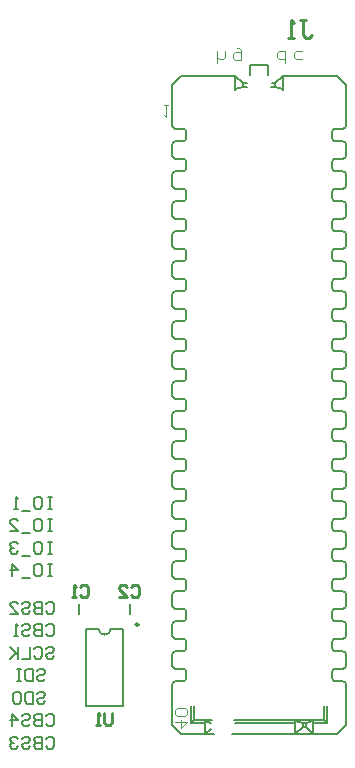
<source format=gbo>
G04 Layer_Color=32896*
%FSLAX24Y24*%
%MOIN*%
G70*
G01*
G75*
%ADD17C,0.0100*%
%ADD34C,0.0098*%
%ADD35C,0.0079*%
%ADD36C,0.0080*%
%ADD37C,0.0047*%
D17*
X2600Y22600D02*
X2800D01*
X2700D01*
Y22100D01*
X2800Y22000D01*
X2900D01*
X3000Y22100D01*
X2400Y22000D02*
X2200D01*
X2300D01*
Y22600D01*
X2400Y22500D01*
X-3650Y-500D02*
Y-833D01*
X-3717Y-900D01*
X-3850D01*
X-3917Y-833D01*
Y-500D01*
X-4050Y-900D02*
X-4183D01*
X-4117D01*
Y-500D01*
X-4050Y-567D01*
X-4717Y3683D02*
X-4650Y3750D01*
X-4517D01*
X-4450Y3683D01*
Y3417D01*
X-4517Y3350D01*
X-4650D01*
X-4717Y3417D01*
X-4850Y3350D02*
X-4983D01*
X-4917D01*
Y3750D01*
X-4850Y3683D01*
X-3017D02*
X-2950Y3750D01*
X-2817D01*
X-2750Y3683D01*
Y3417D01*
X-2817Y3350D01*
X-2950D01*
X-3017Y3417D01*
X-3416Y3350D02*
X-3150D01*
X-3416Y3617D01*
Y3683D01*
X-3350Y3750D01*
X-3217D01*
X-3150Y3683D01*
D34*
X-2768Y2427D02*
G03*
X-2768Y2427I-49J0D01*
G01*
D35*
X-1180Y860D02*
G03*
X-1280Y960I-100J0D01*
G01*
Y540D02*
G03*
X-1180Y640I0J100D01*
G01*
X3780Y960D02*
G03*
X3680Y860I0J-100D01*
G01*
Y640D02*
G03*
X3780Y540I100J0D01*
G01*
X-1180Y1860D02*
G03*
X-1280Y1960I-100J0D01*
G01*
Y1540D02*
G03*
X-1180Y1640I0J100D01*
G01*
X3780Y1960D02*
G03*
X3680Y1860I0J-100D01*
G01*
Y1640D02*
G03*
X3780Y1540I100J0D01*
G01*
X-1180Y2860D02*
G03*
X-1280Y2960I-100J0D01*
G01*
Y2540D02*
G03*
X-1180Y2640I0J100D01*
G01*
X3780Y2960D02*
G03*
X3680Y2860I0J-100D01*
G01*
Y2640D02*
G03*
X3780Y2540I100J0D01*
G01*
X-1180Y3860D02*
G03*
X-1280Y3960I-100J0D01*
G01*
Y3540D02*
G03*
X-1180Y3640I0J100D01*
G01*
X3780Y3960D02*
G03*
X3680Y3860I0J-100D01*
G01*
Y3640D02*
G03*
X3780Y3540I100J0D01*
G01*
X-1180Y4860D02*
G03*
X-1280Y4960I-100J0D01*
G01*
Y4540D02*
G03*
X-1180Y4640I0J100D01*
G01*
X3780Y4960D02*
G03*
X3680Y4860I0J-100D01*
G01*
Y4640D02*
G03*
X3780Y4540I100J0D01*
G01*
X-1180Y5860D02*
G03*
X-1280Y5960I-100J0D01*
G01*
Y5540D02*
G03*
X-1180Y5640I0J100D01*
G01*
X3780Y5960D02*
G03*
X3680Y5860I0J-100D01*
G01*
Y5640D02*
G03*
X3780Y5540I100J0D01*
G01*
X-1180Y6860D02*
G03*
X-1280Y6960I-100J0D01*
G01*
Y6540D02*
G03*
X-1180Y6640I0J100D01*
G01*
X3780Y6960D02*
G03*
X3680Y6860I0J-100D01*
G01*
Y6640D02*
G03*
X3780Y6540I100J0D01*
G01*
X-1180Y7860D02*
G03*
X-1280Y7960I-100J0D01*
G01*
Y7540D02*
G03*
X-1180Y7640I0J100D01*
G01*
X3780Y7960D02*
G03*
X3680Y7860I0J-100D01*
G01*
Y7640D02*
G03*
X3780Y7540I100J0D01*
G01*
X-1180Y8860D02*
G03*
X-1280Y8960I-100J0D01*
G01*
Y8540D02*
G03*
X-1180Y8640I0J100D01*
G01*
X3780Y8960D02*
G03*
X3680Y8860I0J-100D01*
G01*
Y8640D02*
G03*
X3780Y8540I100J0D01*
G01*
X-1180Y9860D02*
G03*
X-1280Y9960I-100J0D01*
G01*
Y9540D02*
G03*
X-1180Y9640I0J100D01*
G01*
X3780Y9960D02*
G03*
X3680Y9860I0J-100D01*
G01*
Y9640D02*
G03*
X3780Y9540I100J0D01*
G01*
X-1180Y10860D02*
G03*
X-1280Y10960I-100J0D01*
G01*
Y10540D02*
G03*
X-1180Y10640I0J100D01*
G01*
X3780Y10960D02*
G03*
X3680Y10860I0J-100D01*
G01*
Y10640D02*
G03*
X3780Y10540I100J0D01*
G01*
X-1180Y11860D02*
G03*
X-1280Y11960I-100J0D01*
G01*
Y11540D02*
G03*
X-1180Y11640I0J100D01*
G01*
X3780Y11960D02*
G03*
X3680Y11860I0J-100D01*
G01*
Y11640D02*
G03*
X3780Y11540I100J0D01*
G01*
X-1180Y12860D02*
G03*
X-1280Y12960I-100J0D01*
G01*
Y12540D02*
G03*
X-1180Y12640I0J100D01*
G01*
X3780Y12960D02*
G03*
X3680Y12860I0J-100D01*
G01*
Y12640D02*
G03*
X3780Y12540I100J0D01*
G01*
X-1180Y13860D02*
G03*
X-1280Y13960I-100J0D01*
G01*
Y13540D02*
G03*
X-1180Y13640I0J100D01*
G01*
X3780Y13960D02*
G03*
X3680Y13860I0J-100D01*
G01*
Y13640D02*
G03*
X3780Y13540I100J0D01*
G01*
X-1180Y14860D02*
G03*
X-1280Y14960I-100J0D01*
G01*
Y14540D02*
G03*
X-1180Y14640I0J100D01*
G01*
X3780Y14960D02*
G03*
X3680Y14860I0J-100D01*
G01*
Y14640D02*
G03*
X3780Y14540I100J0D01*
G01*
X-1180Y15860D02*
G03*
X-1280Y15960I-100J0D01*
G01*
Y15540D02*
G03*
X-1180Y15640I0J100D01*
G01*
X3780Y15960D02*
G03*
X3680Y15860I0J-100D01*
G01*
Y15640D02*
G03*
X3780Y15540I100J0D01*
G01*
X-1180Y16860D02*
G03*
X-1280Y16960I-100J0D01*
G01*
Y16540D02*
G03*
X-1180Y16640I0J100D01*
G01*
X3780Y16960D02*
G03*
X3680Y16860I0J-100D01*
G01*
Y16640D02*
G03*
X3780Y16540I100J0D01*
G01*
X-1180Y17860D02*
G03*
X-1280Y17960I-100J0D01*
G01*
Y17540D02*
G03*
X-1180Y17640I0J100D01*
G01*
X3780Y17960D02*
G03*
X3680Y17860I0J-100D01*
G01*
Y17640D02*
G03*
X3780Y17540I100J0D01*
G01*
X-1180Y18860D02*
G03*
X-1280Y18960I-100J0D01*
G01*
Y18540D02*
G03*
X-1180Y18640I0J100D01*
G01*
X3780Y18960D02*
G03*
X3680Y18860I0J-100D01*
G01*
Y18640D02*
G03*
X3780Y18540I100J0D01*
G01*
X4140Y9440D02*
G03*
X4040Y9540I-100J0D01*
G01*
X3680Y9640D02*
G03*
X3780Y9540I100J0D01*
G01*
X4040Y8960D02*
G03*
X4140Y9060I0J100D01*
G01*
X3780Y9960D02*
G03*
X3680Y9860I0J-100D01*
G01*
X3780Y8960D02*
G03*
X3680Y8860I0J-100D01*
G01*
X4040Y9960D02*
G03*
X4140Y10060I0J100D01*
G01*
X3680Y8640D02*
G03*
X3780Y8540I100J0D01*
G01*
X4140Y10440D02*
G03*
X4040Y10540I-100J0D01*
G01*
X4140Y8440D02*
G03*
X4040Y8540I-100J0D01*
G01*
X3680Y10640D02*
G03*
X3780Y10540I100J0D01*
G01*
X4040Y7960D02*
G03*
X4140Y8060I0J100D01*
G01*
X3780Y10960D02*
G03*
X3680Y10860I0J-100D01*
G01*
X3780Y7960D02*
G03*
X3680Y7860I0J-100D01*
G01*
X4040Y10960D02*
G03*
X4140Y11060I0J100D01*
G01*
X3680Y7640D02*
G03*
X3780Y7540I100J0D01*
G01*
X4140Y11440D02*
G03*
X4040Y11540I-100J0D01*
G01*
X4140Y7440D02*
G03*
X4040Y7540I-100J0D01*
G01*
X3680Y11640D02*
G03*
X3780Y11540I100J0D01*
G01*
X4040Y6960D02*
G03*
X4140Y7060I0J100D01*
G01*
X3780Y11960D02*
G03*
X3680Y11860I0J-100D01*
G01*
X3780Y6960D02*
G03*
X3680Y6860I0J-100D01*
G01*
X4040Y11960D02*
G03*
X4140Y12060I0J100D01*
G01*
X3680Y6640D02*
G03*
X3780Y6540I100J0D01*
G01*
X4140Y12440D02*
G03*
X4040Y12540I-100J0D01*
G01*
X4140Y6440D02*
G03*
X4040Y6540I-100J0D01*
G01*
X3680Y12640D02*
G03*
X3780Y12540I100J0D01*
G01*
X4040Y5960D02*
G03*
X4140Y6060I0J100D01*
G01*
X3780Y12960D02*
G03*
X3680Y12860I0J-100D01*
G01*
X3780Y5960D02*
G03*
X3680Y5860I0J-100D01*
G01*
X4040Y12960D02*
G03*
X4140Y13060I0J100D01*
G01*
X3680Y5640D02*
G03*
X3780Y5540I100J0D01*
G01*
X4140Y13440D02*
G03*
X4040Y13540I-100J0D01*
G01*
X4140Y5440D02*
G03*
X4040Y5540I-100J0D01*
G01*
X3680Y13640D02*
G03*
X3780Y13540I100J0D01*
G01*
X4040Y4960D02*
G03*
X4140Y5060I0J100D01*
G01*
X3780Y13960D02*
G03*
X3680Y13860I0J-100D01*
G01*
X3780Y4960D02*
G03*
X3680Y4860I0J-100D01*
G01*
X4040Y13960D02*
G03*
X4140Y14060I0J100D01*
G01*
X3680Y4640D02*
G03*
X3780Y4540I100J0D01*
G01*
X4140Y14440D02*
G03*
X4040Y14540I-100J0D01*
G01*
X4140Y4440D02*
G03*
X4040Y4540I-100J0D01*
G01*
X3680Y14640D02*
G03*
X3780Y14540I100J0D01*
G01*
X4040Y3960D02*
G03*
X4140Y4060I0J100D01*
G01*
X3780Y14960D02*
G03*
X3680Y14860I0J-100D01*
G01*
X3780Y3960D02*
G03*
X3680Y3860I0J-100D01*
G01*
X4040Y14960D02*
G03*
X4140Y15060I0J100D01*
G01*
X3680Y3640D02*
G03*
X3780Y3540I100J0D01*
G01*
X4140Y15440D02*
G03*
X4040Y15540I-100J0D01*
G01*
X4140Y3440D02*
G03*
X4040Y3540I-100J0D01*
G01*
X3680Y15640D02*
G03*
X3780Y15540I100J0D01*
G01*
X4040Y2960D02*
G03*
X4140Y3060I0J100D01*
G01*
X3780Y15960D02*
G03*
X3680Y15860I0J-100D01*
G01*
X3780Y2960D02*
G03*
X3680Y2860I0J-100D01*
G01*
X4040Y15960D02*
G03*
X4140Y16060I0J100D01*
G01*
X3680Y2640D02*
G03*
X3780Y2540I100J0D01*
G01*
X4140Y16440D02*
G03*
X4040Y16540I-100J0D01*
G01*
X4140Y2440D02*
G03*
X4040Y2540I-100J0D01*
G01*
X3680Y16640D02*
G03*
X3780Y16540I100J0D01*
G01*
X4040Y1960D02*
G03*
X4140Y2060I0J100D01*
G01*
X3780Y16960D02*
G03*
X3680Y16860I0J-100D01*
G01*
X3780Y1960D02*
G03*
X3680Y1860I0J-100D01*
G01*
X4040Y16960D02*
G03*
X4140Y17060I0J100D01*
G01*
X3680Y1640D02*
G03*
X3780Y1540I100J0D01*
G01*
X4140Y17440D02*
G03*
X4040Y17540I-100J0D01*
G01*
X4140Y1440D02*
G03*
X4040Y1540I-100J0D01*
G01*
X3680Y17640D02*
G03*
X3780Y17540I100J0D01*
G01*
X4040Y960D02*
G03*
X4140Y1060I0J100D01*
G01*
X3780Y17960D02*
G03*
X3680Y17860I0J-100D01*
G01*
X3780Y960D02*
G03*
X3680Y860I0J-100D01*
G01*
X4040Y17960D02*
G03*
X4140Y18060I0J100D01*
G01*
X3680Y640D02*
G03*
X3780Y540I100J0D01*
G01*
X4140Y18440D02*
G03*
X4040Y18540I-100J0D01*
G01*
X4140Y440D02*
G03*
X4040Y540I-100J0D01*
G01*
X3680Y18640D02*
G03*
X3780Y18540I100J0D01*
G01*
Y18960D02*
G03*
X3680Y18860I0J-100D01*
G01*
X4040Y18960D02*
G03*
X4140Y19060I0J100D01*
G01*
X-1180Y9860D02*
G03*
X-1280Y9960I-100J0D01*
G01*
Y9540D02*
G03*
X-1180Y9640I0J100D01*
G01*
X-1640Y10060D02*
G03*
X-1540Y9960I100J0D01*
G01*
Y9540D02*
G03*
X-1640Y9440I0J-100D01*
G01*
X-1540Y10540D02*
G03*
X-1640Y10440I0J-100D01*
G01*
Y9060D02*
G03*
X-1540Y8960I100J0D01*
G01*
X-1280Y10540D02*
G03*
X-1180Y10640I0J100D01*
G01*
Y8860D02*
G03*
X-1280Y8960I-100J0D01*
G01*
X-1180Y10860D02*
G03*
X-1280Y10960I-100J0D01*
G01*
Y8540D02*
G03*
X-1180Y8640I0J100D01*
G01*
X-1640Y11060D02*
G03*
X-1540Y10960I100J0D01*
G01*
Y8540D02*
G03*
X-1640Y8440I0J-100D01*
G01*
X-1540Y11540D02*
G03*
X-1640Y11440I0J-100D01*
G01*
Y8060D02*
G03*
X-1540Y7960I100J0D01*
G01*
X-1280Y11540D02*
G03*
X-1180Y11640I0J100D01*
G01*
Y7860D02*
G03*
X-1280Y7960I-100J0D01*
G01*
X-1180Y11860D02*
G03*
X-1280Y11960I-100J0D01*
G01*
Y7540D02*
G03*
X-1180Y7640I0J100D01*
G01*
X-1640Y12060D02*
G03*
X-1540Y11960I100J0D01*
G01*
Y7540D02*
G03*
X-1640Y7440I0J-100D01*
G01*
X-1540Y12540D02*
G03*
X-1640Y12440I0J-100D01*
G01*
Y7060D02*
G03*
X-1540Y6960I100J0D01*
G01*
X-1280Y12540D02*
G03*
X-1180Y12640I0J100D01*
G01*
Y6860D02*
G03*
X-1280Y6960I-100J0D01*
G01*
X-1180Y12860D02*
G03*
X-1280Y12960I-100J0D01*
G01*
Y6540D02*
G03*
X-1180Y6640I0J100D01*
G01*
X-1640Y13060D02*
G03*
X-1540Y12960I100J0D01*
G01*
Y6540D02*
G03*
X-1640Y6440I0J-100D01*
G01*
X-1540Y13540D02*
G03*
X-1640Y13440I0J-100D01*
G01*
Y6060D02*
G03*
X-1540Y5960I100J0D01*
G01*
X-1280Y13540D02*
G03*
X-1180Y13640I0J100D01*
G01*
Y5860D02*
G03*
X-1280Y5960I-100J0D01*
G01*
X-1180Y13860D02*
G03*
X-1280Y13960I-100J0D01*
G01*
Y5540D02*
G03*
X-1180Y5640I0J100D01*
G01*
X-1640Y14060D02*
G03*
X-1540Y13960I100J0D01*
G01*
Y5540D02*
G03*
X-1640Y5440I0J-100D01*
G01*
X-1540Y14540D02*
G03*
X-1640Y14440I0J-100D01*
G01*
Y5060D02*
G03*
X-1540Y4960I100J0D01*
G01*
X-1280Y14540D02*
G03*
X-1180Y14640I0J100D01*
G01*
Y4860D02*
G03*
X-1280Y4960I-100J0D01*
G01*
X-1180Y14860D02*
G03*
X-1280Y14960I-100J0D01*
G01*
Y4540D02*
G03*
X-1180Y4640I0J100D01*
G01*
X-1640Y15060D02*
G03*
X-1540Y14960I100J0D01*
G01*
Y4540D02*
G03*
X-1640Y4440I0J-100D01*
G01*
X-1540Y15540D02*
G03*
X-1640Y15440I0J-100D01*
G01*
Y4060D02*
G03*
X-1540Y3960I100J0D01*
G01*
X-1280Y15540D02*
G03*
X-1180Y15640I0J100D01*
G01*
Y3860D02*
G03*
X-1280Y3960I-100J0D01*
G01*
X-1180Y15860D02*
G03*
X-1280Y15960I-100J0D01*
G01*
Y3540D02*
G03*
X-1180Y3640I0J100D01*
G01*
X-1640Y16060D02*
G03*
X-1540Y15960I100J0D01*
G01*
Y3540D02*
G03*
X-1640Y3440I0J-100D01*
G01*
X-1540Y16540D02*
G03*
X-1640Y16440I0J-100D01*
G01*
Y3060D02*
G03*
X-1540Y2960I100J0D01*
G01*
X-1280Y16540D02*
G03*
X-1180Y16640I0J100D01*
G01*
Y2860D02*
G03*
X-1280Y2960I-100J0D01*
G01*
X-1180Y16860D02*
G03*
X-1280Y16960I-100J0D01*
G01*
Y2540D02*
G03*
X-1180Y2640I0J100D01*
G01*
X-1640Y17060D02*
G03*
X-1540Y16960I100J0D01*
G01*
Y2540D02*
G03*
X-1640Y2440I0J-100D01*
G01*
X-1540Y17540D02*
G03*
X-1640Y17440I0J-100D01*
G01*
Y2060D02*
G03*
X-1540Y1960I100J0D01*
G01*
X-1280Y17540D02*
G03*
X-1180Y17640I0J100D01*
G01*
Y1860D02*
G03*
X-1280Y1960I-100J0D01*
G01*
X-1180Y17860D02*
G03*
X-1280Y17960I-100J0D01*
G01*
Y1540D02*
G03*
X-1180Y1640I0J100D01*
G01*
X-1640Y18060D02*
G03*
X-1540Y17960I100J0D01*
G01*
Y1540D02*
G03*
X-1640Y1440I0J-100D01*
G01*
X-1540Y18540D02*
G03*
X-1640Y18440I0J-100D01*
G01*
Y1060D02*
G03*
X-1540Y960I100J0D01*
G01*
X-1280Y18540D02*
G03*
X-1180Y18640I0J100D01*
G01*
Y860D02*
G03*
X-1280Y960I-100J0D01*
G01*
X-1180Y18860D02*
G03*
X-1280Y18960I-100J0D01*
G01*
Y540D02*
G03*
X-1180Y640I0J100D01*
G01*
X-1640Y19060D02*
G03*
X-1540Y18960I100J0D01*
G01*
Y540D02*
G03*
X-1640Y440I0J-100D01*
G01*
X-4105Y2299D02*
G03*
X-3695Y2299I205J0D01*
G01*
X-910Y-760D02*
Y-281D01*
X-1010Y-860D02*
Y-295D01*
Y-860D02*
X-910Y-760D01*
X-1010Y-860D02*
X-550D01*
X-910Y-760D02*
X-315D01*
X359Y-1230D02*
X3840D01*
X3510Y-860D02*
Y-295D01*
X1663Y20480D02*
X1790D01*
X1652Y20360D02*
X1790D01*
Y20480D02*
X2040Y20730D01*
X1790Y20360D02*
Y20480D01*
Y20360D02*
X2040Y20274D01*
Y20260D02*
Y20730D01*
X950Y20739D02*
Y21080D01*
X1550D01*
Y20739D02*
Y21080D01*
X710Y20360D02*
X848D01*
X710Y20480D02*
X837D01*
X460Y20274D02*
X710Y20360D01*
Y20480D01*
X460Y20730D02*
X710Y20480D01*
X460Y20260D02*
Y20730D01*
X-550Y-1230D02*
Y-760D01*
X2450Y-1230D02*
Y-860D01*
X452D02*
X2450D01*
X3050D02*
X3510D01*
X415Y-760D02*
X3410D01*
X3510Y-860D01*
X4140Y18060D02*
Y18440D01*
X-1640Y19060D02*
Y20430D01*
X4140Y17060D02*
Y17440D01*
X-1640Y18060D02*
Y18440D01*
X4140Y16060D02*
Y16440D01*
X-1640Y17060D02*
Y17440D01*
X4140Y15060D02*
Y15440D01*
X-1640Y16060D02*
Y16440D01*
X4140Y14060D02*
Y14440D01*
X-1640Y15060D02*
Y15440D01*
X4140Y13060D02*
Y13440D01*
X-1640Y14060D02*
Y14440D01*
X4140Y12060D02*
Y12440D01*
X-1640Y13060D02*
Y13440D01*
X4140Y11060D02*
Y11440D01*
X-1640Y12060D02*
Y12440D01*
X4140Y10060D02*
Y10440D01*
X-1640Y11060D02*
Y11440D01*
X4140Y9060D02*
Y9440D01*
X-1640Y10060D02*
Y10440D01*
X4140Y8060D02*
Y8440D01*
X-1640Y9060D02*
Y9440D01*
X4140Y7060D02*
Y7440D01*
X-1640Y8060D02*
Y8440D01*
X4140Y6060D02*
Y6440D01*
X-1640Y7060D02*
Y7440D01*
X4140Y5060D02*
Y5440D01*
X-1640Y6060D02*
Y6440D01*
X4140Y4060D02*
Y4440D01*
X-1640Y5060D02*
Y5440D01*
X4140Y3060D02*
Y3440D01*
X-1640Y4060D02*
Y4440D01*
X4140Y2060D02*
Y2440D01*
X-1640Y3060D02*
Y3440D01*
X4140Y1060D02*
Y1440D01*
X-1640Y2060D02*
Y2440D01*
X4140Y-930D02*
Y440D01*
X-1640Y1060D02*
Y1440D01*
X-1340Y-1230D02*
X-259D01*
X2450D02*
X3050D01*
X-1340Y20730D02*
X460D01*
X2040D02*
X3840D01*
X3410Y-760D02*
Y-281D01*
X-1640Y-930D02*
Y440D01*
X4140Y19060D02*
Y20430D01*
X-1640Y-930D02*
X-1340Y-1230D01*
X3840D02*
X4140Y-930D01*
X3840Y20730D02*
X4140Y20430D01*
X-1640D02*
X-1340Y20730D01*
X-1540Y960D02*
X-1280D01*
X-1540Y540D02*
X-1280D01*
X-1180Y640D02*
Y860D01*
X3680Y640D02*
Y860D01*
X3780Y540D02*
X4040D01*
X3780Y960D02*
X4040D01*
X-1540Y1960D02*
X-1280D01*
X-1540Y1540D02*
X-1280D01*
X-1180Y1640D02*
Y1860D01*
X3680Y1640D02*
Y1860D01*
X3780Y1540D02*
X4040D01*
X3780Y1960D02*
X4040D01*
X-1540Y2960D02*
X-1280D01*
X-1540Y2540D02*
X-1280D01*
X-1180Y2640D02*
Y2860D01*
X3680Y2640D02*
Y2860D01*
X3780Y2540D02*
X4040D01*
X3780Y2960D02*
X4040D01*
X-1540Y3960D02*
X-1280D01*
X-1540Y3540D02*
X-1280D01*
X-1180Y3640D02*
Y3860D01*
X3680Y3640D02*
Y3860D01*
X3780Y3540D02*
X4040D01*
X3780Y3960D02*
X4040D01*
X-1540Y4960D02*
X-1280D01*
X-1540Y4540D02*
X-1280D01*
X-1180Y4640D02*
Y4860D01*
X3680Y4640D02*
Y4860D01*
X3780Y4540D02*
X4040D01*
X3780Y4960D02*
X4040D01*
X-1540Y5960D02*
X-1280D01*
X-1540Y5540D02*
X-1280D01*
X-1180Y5640D02*
Y5860D01*
X3680Y5640D02*
Y5860D01*
X3780Y5540D02*
X4040D01*
X3780Y5960D02*
X4040D01*
X-1540Y6960D02*
X-1280D01*
X-1540Y6540D02*
X-1280D01*
X-1180Y6640D02*
Y6860D01*
X3680Y6640D02*
Y6860D01*
X3780Y6540D02*
X4040D01*
X3780Y6960D02*
X4040D01*
X-1540Y7960D02*
X-1280D01*
X-1540Y7540D02*
X-1280D01*
X-1180Y7640D02*
Y7860D01*
X3680Y7640D02*
Y7860D01*
X3780Y7540D02*
X4040D01*
X3780Y7960D02*
X4040D01*
X-1540Y8960D02*
X-1280D01*
X-1540Y8540D02*
X-1280D01*
X-1180Y8640D02*
Y8860D01*
X3680Y8640D02*
Y8860D01*
X3780Y8540D02*
X4040D01*
X3780Y8960D02*
X4040D01*
X-1540Y9960D02*
X-1280D01*
X-1540Y9540D02*
X-1280D01*
X-1180Y9640D02*
Y9860D01*
X3680Y9640D02*
Y9860D01*
X3780Y9540D02*
X4040D01*
X3780Y9960D02*
X4040D01*
X-1540Y10960D02*
X-1280D01*
X-1540Y10540D02*
X-1280D01*
X-1180Y10640D02*
Y10860D01*
X3680Y10640D02*
Y10860D01*
X3780Y10540D02*
X4040D01*
X3780Y10960D02*
X4040D01*
X-1540Y11960D02*
X-1280D01*
X-1540Y11540D02*
X-1280D01*
X-1180Y11640D02*
Y11860D01*
X3680Y11640D02*
Y11860D01*
X3780Y11540D02*
X4040D01*
X3780Y11960D02*
X4040D01*
X-1540Y12960D02*
X-1280D01*
X-1540Y12540D02*
X-1280D01*
X-1180Y12640D02*
Y12860D01*
X3680Y12640D02*
Y12860D01*
X3780Y12540D02*
X4040D01*
X3780Y12960D02*
X4040D01*
X-1540Y13960D02*
X-1280D01*
X-1540Y13540D02*
X-1280D01*
X-1180Y13640D02*
Y13860D01*
X3680Y13640D02*
Y13860D01*
X3780Y13540D02*
X4040D01*
X3780Y13960D02*
X4040D01*
X-1540Y14960D02*
X-1280D01*
X-1540Y14540D02*
X-1280D01*
X-1180Y14640D02*
Y14860D01*
X3680Y14640D02*
Y14860D01*
X3780Y14540D02*
X4040D01*
X3780Y14960D02*
X4040D01*
X-1540Y15960D02*
X-1280D01*
X-1540Y15540D02*
X-1280D01*
X-1180Y15640D02*
Y15860D01*
X3680Y15640D02*
Y15860D01*
X3780Y15540D02*
X4040D01*
X3780Y15960D02*
X4040D01*
X-1540Y16960D02*
X-1280D01*
X-1540Y16540D02*
X-1280D01*
X-1180Y16640D02*
Y16860D01*
X3680Y16640D02*
Y16860D01*
X3780Y16540D02*
X4040D01*
X3780Y16960D02*
X4040D01*
X-1540Y17960D02*
X-1280D01*
X-1540Y17540D02*
X-1280D01*
X-1180Y17640D02*
Y17860D01*
X3680Y17640D02*
Y17860D01*
X3780Y17540D02*
X4040D01*
X3780Y17960D02*
X4040D01*
X-1540Y18960D02*
X-1280D01*
X-1540Y18540D02*
X-1280D01*
X-1180Y18640D02*
Y18860D01*
X3680Y18640D02*
Y18860D01*
X3780Y18540D02*
X4040D01*
X3780Y18960D02*
X4040D01*
X2450Y-1230D02*
Y-860D01*
Y-1230D02*
Y-760D01*
X3050Y-1230D02*
Y-860D01*
Y-1230D02*
Y-760D01*
X2700Y-980D02*
X2800D01*
X2700D02*
Y-860D01*
X2800Y-980D02*
Y-860D01*
X2700D02*
X2800D01*
X-550Y-1230D02*
X-355Y-1035D01*
X-550Y-1230D02*
X-355Y-1035D01*
X-550Y-774D02*
X-348Y-844D01*
X2800Y-980D02*
X3050Y-1230D01*
X2800Y-980D02*
Y-860D01*
X3050Y-1230D02*
Y-774D01*
X2800Y-860D02*
X3050Y-774D01*
X2450Y-1230D02*
X2700Y-980D01*
X2800D01*
X3050Y-1230D01*
X2450D02*
X2700Y-980D01*
X2450Y-1230D02*
Y-774D01*
X2700Y-860D01*
X2800D01*
X3050Y-774D01*
X-550D02*
X-348Y-844D01*
X3780Y9540D02*
X4040D01*
X4140Y9060D02*
Y9440D01*
X3680Y9640D02*
Y9860D01*
X3780Y8960D02*
X4040D01*
X3780Y9960D02*
X4040D01*
X3680Y8640D02*
Y8860D01*
X4140Y10060D02*
Y10440D01*
X3780Y8540D02*
X4040D01*
X3780Y10540D02*
X4040D01*
X4140Y8060D02*
Y8440D01*
X3680Y10640D02*
Y10860D01*
X3780Y7960D02*
X4040D01*
X3780Y10960D02*
X4040D01*
X3680Y7640D02*
Y7860D01*
X4140Y11060D02*
Y11440D01*
X3780Y7540D02*
X4040D01*
X3780Y11540D02*
X4040D01*
X4140Y7060D02*
Y7440D01*
X3680Y11640D02*
Y11860D01*
X3780Y6960D02*
X4040D01*
X3780Y11960D02*
X4040D01*
X3680Y6640D02*
Y6860D01*
X4140Y12060D02*
Y12440D01*
X3780Y6540D02*
X4040D01*
X3780Y12540D02*
X4040D01*
X4140Y6060D02*
Y6440D01*
X3680Y12640D02*
Y12860D01*
X3780Y5960D02*
X4040D01*
X3780Y12960D02*
X4040D01*
X3680Y5640D02*
Y5860D01*
X4140Y13060D02*
Y13440D01*
X3780Y5540D02*
X4040D01*
X3780Y13540D02*
X4040D01*
X4140Y5060D02*
Y5440D01*
X3680Y13640D02*
Y13860D01*
X3780Y4960D02*
X4040D01*
X3780Y13960D02*
X4040D01*
X3680Y4640D02*
Y4860D01*
X4140Y14060D02*
Y14440D01*
X3780Y4540D02*
X4040D01*
X3780Y14540D02*
X4040D01*
X4140Y4060D02*
Y4440D01*
X3680Y14640D02*
Y14860D01*
X3780Y3960D02*
X4040D01*
X3780Y14960D02*
X4040D01*
X3680Y3640D02*
Y3860D01*
X4140Y15060D02*
Y15440D01*
X3780Y3540D02*
X4040D01*
X3780Y15540D02*
X4040D01*
X4140Y3060D02*
Y3440D01*
X3680Y15640D02*
Y15860D01*
X3780Y2960D02*
X4040D01*
X3780Y15960D02*
X4040D01*
X3680Y2640D02*
Y2860D01*
X4140Y16060D02*
Y16440D01*
X3780Y2540D02*
X4040D01*
X3780Y16540D02*
X4040D01*
X4140Y2060D02*
Y2440D01*
X3680Y16640D02*
Y16860D01*
X3780Y1960D02*
X4040D01*
X3780Y16960D02*
X4040D01*
X3680Y1640D02*
Y1860D01*
X4140Y17060D02*
Y17440D01*
X3780Y1540D02*
X4040D01*
X3780Y17540D02*
X4040D01*
X4140Y1060D02*
Y1440D01*
X3680Y17640D02*
Y17860D01*
X3780Y960D02*
X4040D01*
X3780Y17960D02*
X4040D01*
X3680Y640D02*
Y860D01*
X4140Y18060D02*
Y18440D01*
X3780Y540D02*
X4040D01*
X3780Y18540D02*
X4040D01*
X4140Y-930D02*
Y440D01*
X3680Y18640D02*
Y18860D01*
X3840Y-1230D02*
X4140Y-930D01*
X3050Y-1230D02*
X3840D01*
X3780Y18960D02*
X4040D01*
X3050Y-1230D02*
Y-860D01*
X4140Y19060D02*
Y20430D01*
X3840Y20730D02*
X4140Y20430D01*
X2040Y20730D02*
X3840D01*
X-1180Y9640D02*
Y9860D01*
X-1540Y9960D02*
X-1280D01*
X-1540Y9540D02*
X-1280D01*
X-1640Y10060D02*
Y10440D01*
Y9060D02*
Y9440D01*
X-1540Y10540D02*
X-1280D01*
X-1540Y8960D02*
X-1280D01*
X-1180Y10640D02*
Y10860D01*
Y8640D02*
Y8860D01*
X-1540Y10960D02*
X-1280D01*
X-1540Y8540D02*
X-1280D01*
X-1640Y11060D02*
Y11440D01*
Y8060D02*
Y8440D01*
X-1540Y11540D02*
X-1280D01*
X-1540Y7960D02*
X-1280D01*
X-1180Y11640D02*
Y11860D01*
Y7640D02*
Y7860D01*
X-1540Y11960D02*
X-1280D01*
X-1540Y7540D02*
X-1280D01*
X-1640Y12060D02*
Y12440D01*
Y7060D02*
Y7440D01*
X-1540Y12540D02*
X-1280D01*
X-1540Y6960D02*
X-1280D01*
X-1180Y12640D02*
Y12860D01*
Y6640D02*
Y6860D01*
X-1540Y12960D02*
X-1280D01*
X-1540Y6540D02*
X-1280D01*
X-1640Y13060D02*
Y13440D01*
Y6060D02*
Y6440D01*
X-1540Y13540D02*
X-1280D01*
X-1540Y5960D02*
X-1280D01*
X-1180Y13640D02*
Y13860D01*
Y5640D02*
Y5860D01*
X-1540Y13960D02*
X-1280D01*
X-1540Y5540D02*
X-1280D01*
X-1640Y14060D02*
Y14440D01*
Y5060D02*
Y5440D01*
X-1540Y14540D02*
X-1280D01*
X-1540Y4960D02*
X-1280D01*
X-1180Y14640D02*
Y14860D01*
Y4640D02*
Y4860D01*
X-1540Y14960D02*
X-1280D01*
X-1540Y4540D02*
X-1280D01*
X-1640Y15060D02*
Y15440D01*
Y4060D02*
Y4440D01*
X-1540Y15540D02*
X-1280D01*
X-1540Y3960D02*
X-1280D01*
X-1180Y15640D02*
Y15860D01*
Y3640D02*
Y3860D01*
X-1540Y15960D02*
X-1280D01*
X-1540Y3540D02*
X-1280D01*
X-1640Y16060D02*
Y16440D01*
Y3060D02*
Y3440D01*
X-1540Y16540D02*
X-1280D01*
X-1540Y2960D02*
X-1280D01*
X-1180Y16640D02*
Y16860D01*
Y2640D02*
Y2860D01*
X-1540Y16960D02*
X-1280D01*
X-1540Y2540D02*
X-1280D01*
X-1640Y17060D02*
Y17440D01*
Y2060D02*
Y2440D01*
X-1540Y17540D02*
X-1280D01*
X-1540Y1960D02*
X-1280D01*
X-1180Y17640D02*
Y17860D01*
Y1640D02*
Y1860D01*
X-1540Y17960D02*
X-1280D01*
X-1540Y1540D02*
X-1280D01*
X-1640Y18060D02*
Y18440D01*
Y1060D02*
Y1440D01*
X-1540Y18540D02*
X-1280D01*
X-1540Y960D02*
X-1280D01*
X-1180Y18640D02*
Y18860D01*
Y640D02*
Y860D01*
X-1540Y18960D02*
X-1280D01*
X-1540Y540D02*
X-1280D01*
X-1640Y19060D02*
Y20430D01*
Y-930D02*
Y440D01*
Y20430D02*
X-1340Y20730D01*
X-1640Y-930D02*
X-1340Y-1230D01*
Y20730D02*
X460D01*
X-3695Y2299D02*
X-3290D01*
X-4510D02*
X-4105D01*
X-4510Y-299D02*
X-3290D01*
Y2299D01*
X-4510Y-299D02*
Y2299D01*
X-3049Y2790D02*
Y3105D01*
X-4751Y2795D02*
Y3110D01*
D36*
X-5650Y6700D02*
X-5783D01*
X-5717D01*
Y6300D01*
X-5650D01*
X-5783D01*
X-6183Y6700D02*
X-6050D01*
X-5983Y6633D01*
Y6367D01*
X-6050Y6300D01*
X-6183D01*
X-6250Y6367D01*
Y6633D01*
X-6183Y6700D01*
X-6383Y6233D02*
X-6650D01*
X-6783Y6300D02*
X-6916D01*
X-6850D01*
Y6700D01*
X-6783Y6633D01*
X-5650Y5950D02*
X-5783D01*
X-5717D01*
Y5550D01*
X-5650D01*
X-5783D01*
X-6183Y5950D02*
X-6050D01*
X-5983Y5883D01*
Y5617D01*
X-6050Y5550D01*
X-6183D01*
X-6250Y5617D01*
Y5883D01*
X-6183Y5950D01*
X-6383Y5483D02*
X-6650D01*
X-7050Y5550D02*
X-6783D01*
X-7050Y5817D01*
Y5883D01*
X-6983Y5950D01*
X-6850D01*
X-6783Y5883D01*
X-5650Y5200D02*
X-5783D01*
X-5717D01*
Y4800D01*
X-5650D01*
X-5783D01*
X-6183Y5200D02*
X-6050D01*
X-5983Y5133D01*
Y4867D01*
X-6050Y4800D01*
X-6183D01*
X-6250Y4867D01*
Y5133D01*
X-6183Y5200D01*
X-6383Y4733D02*
X-6650D01*
X-6783Y5133D02*
X-6850Y5200D01*
X-6983D01*
X-7050Y5133D01*
Y5067D01*
X-6983Y5000D01*
X-6916D01*
X-6983D01*
X-7050Y4933D01*
Y4867D01*
X-6983Y4800D01*
X-6850D01*
X-6783Y4867D01*
X-5650Y4450D02*
X-5783D01*
X-5717D01*
Y4050D01*
X-5650D01*
X-5783D01*
X-6183Y4450D02*
X-6050D01*
X-5983Y4383D01*
Y4117D01*
X-6050Y4050D01*
X-6183D01*
X-6250Y4117D01*
Y4383D01*
X-6183Y4450D01*
X-6383Y3983D02*
X-6650D01*
X-6983Y4050D02*
Y4450D01*
X-6783Y4250D01*
X-7050D01*
X-5867Y3133D02*
X-5800Y3200D01*
X-5667D01*
X-5600Y3133D01*
Y2867D01*
X-5667Y2800D01*
X-5800D01*
X-5867Y2867D01*
X-6000Y3200D02*
Y2800D01*
X-6200D01*
X-6266Y2867D01*
Y2933D01*
X-6200Y3000D01*
X-6000D01*
X-6200D01*
X-6266Y3067D01*
Y3133D01*
X-6200Y3200D01*
X-6000D01*
X-6666Y3133D02*
X-6600Y3200D01*
X-6466D01*
X-6400Y3133D01*
Y3067D01*
X-6466Y3000D01*
X-6600D01*
X-6666Y2933D01*
Y2867D01*
X-6600Y2800D01*
X-6466D01*
X-6400Y2867D01*
X-7066Y2800D02*
X-6800D01*
X-7066Y3067D01*
Y3133D01*
X-7000Y3200D01*
X-6866D01*
X-6800Y3133D01*
X-5867Y2383D02*
X-5800Y2450D01*
X-5667D01*
X-5600Y2383D01*
Y2117D01*
X-5667Y2050D01*
X-5800D01*
X-5867Y2117D01*
X-6000Y2450D02*
Y2050D01*
X-6200D01*
X-6266Y2117D01*
Y2183D01*
X-6200Y2250D01*
X-6000D01*
X-6200D01*
X-6266Y2317D01*
Y2383D01*
X-6200Y2450D01*
X-6000D01*
X-6666Y2383D02*
X-6600Y2450D01*
X-6466D01*
X-6400Y2383D01*
Y2317D01*
X-6466Y2250D01*
X-6600D01*
X-6666Y2183D01*
Y2117D01*
X-6600Y2050D01*
X-6466D01*
X-6400Y2117D01*
X-6800Y2050D02*
X-6933D01*
X-6866D01*
Y2450D01*
X-6800Y2383D01*
X-5867Y1633D02*
X-5800Y1700D01*
X-5667D01*
X-5600Y1633D01*
Y1567D01*
X-5667Y1500D01*
X-5800D01*
X-5867Y1433D01*
Y1367D01*
X-5800Y1300D01*
X-5667D01*
X-5600Y1367D01*
X-6266Y1633D02*
X-6200Y1700D01*
X-6067D01*
X-6000Y1633D01*
Y1367D01*
X-6067Y1300D01*
X-6200D01*
X-6266Y1367D01*
X-6400Y1700D02*
Y1300D01*
X-6666D01*
X-6800Y1700D02*
Y1300D01*
Y1433D01*
X-7066Y1700D01*
X-6866Y1500D01*
X-7066Y1300D01*
X-6167Y883D02*
X-6100Y950D01*
X-5967D01*
X-5900Y883D01*
Y817D01*
X-5967Y750D01*
X-6100D01*
X-6167Y683D01*
Y617D01*
X-6100Y550D01*
X-5967D01*
X-5900Y617D01*
X-6300Y950D02*
Y550D01*
X-6500D01*
X-6566Y617D01*
Y883D01*
X-6500Y950D01*
X-6300D01*
X-6700D02*
X-6833D01*
X-6766D01*
Y550D01*
X-6700D01*
X-6833D01*
X-6167Y133D02*
X-6100Y200D01*
X-5967D01*
X-5900Y133D01*
Y67D01*
X-5967Y-0D01*
X-6100D01*
X-6167Y-67D01*
Y-133D01*
X-6100Y-200D01*
X-5967D01*
X-5900Y-133D01*
X-6300Y200D02*
Y-200D01*
X-6500D01*
X-6566Y-133D01*
Y133D01*
X-6500Y200D01*
X-6300D01*
X-6900D02*
X-6766D01*
X-6700Y133D01*
Y-133D01*
X-6766Y-200D01*
X-6900D01*
X-6966Y-133D01*
Y133D01*
X-6900Y200D01*
X-5867Y-617D02*
X-5800Y-550D01*
X-5667D01*
X-5600Y-617D01*
Y-883D01*
X-5667Y-950D01*
X-5800D01*
X-5867Y-883D01*
X-6000Y-550D02*
Y-950D01*
X-6200D01*
X-6266Y-883D01*
Y-817D01*
X-6200Y-750D01*
X-6000D01*
X-6200D01*
X-6266Y-683D01*
Y-617D01*
X-6200Y-550D01*
X-6000D01*
X-6666Y-617D02*
X-6600Y-550D01*
X-6466D01*
X-6400Y-617D01*
Y-683D01*
X-6466Y-750D01*
X-6600D01*
X-6666Y-817D01*
Y-883D01*
X-6600Y-950D01*
X-6466D01*
X-6400Y-883D01*
X-7000Y-950D02*
Y-550D01*
X-6800Y-750D01*
X-7066D01*
X-5867Y-1367D02*
X-5800Y-1300D01*
X-5667D01*
X-5600Y-1367D01*
Y-1633D01*
X-5667Y-1700D01*
X-5800D01*
X-5867Y-1633D01*
X-6000Y-1300D02*
Y-1700D01*
X-6200D01*
X-6266Y-1633D01*
Y-1567D01*
X-6200Y-1500D01*
X-6000D01*
X-6200D01*
X-6266Y-1433D01*
Y-1367D01*
X-6200Y-1300D01*
X-6000D01*
X-6666Y-1367D02*
X-6600Y-1300D01*
X-6466D01*
X-6400Y-1367D01*
Y-1433D01*
X-6466Y-1500D01*
X-6600D01*
X-6666Y-1567D01*
Y-1633D01*
X-6600Y-1700D01*
X-6466D01*
X-6400Y-1633D01*
X-6800Y-1367D02*
X-6866Y-1300D01*
X-7000D01*
X-7066Y-1367D01*
Y-1433D01*
X-7000Y-1500D01*
X-6933D01*
X-7000D01*
X-7066Y-1567D01*
Y-1633D01*
X-7000Y-1700D01*
X-6866D01*
X-6800Y-1633D01*
D37*
X2121Y21163D02*
Y21557D01*
X1924D01*
X1858Y21491D01*
Y21360D01*
X1924Y21294D01*
X2121D01*
X2662Y21288D02*
X2466D01*
X2400Y21353D01*
Y21484D01*
X2466Y21550D01*
X2662D01*
X-150Y21156D02*
Y21550D01*
Y21353D01*
X-84Y21288D01*
X47D01*
X112Y21353D01*
Y21550D01*
X503Y21638D02*
X569D01*
X634Y21572D01*
Y21244D01*
X437D01*
X372Y21310D01*
Y21441D01*
X437Y21507D01*
X634D01*
X-1550Y-803D02*
X-1156D01*
X-1353Y-1000D01*
Y-738D01*
X-1222Y-606D02*
X-1156Y-541D01*
Y-410D01*
X-1222Y-344D01*
X-1484D01*
X-1550Y-410D01*
Y-541D01*
X-1484Y-606D01*
X-1222D01*
X-1928Y19757D02*
X-1797D01*
X-1863D01*
Y19363D01*
X-1928Y19429D01*
M02*

</source>
